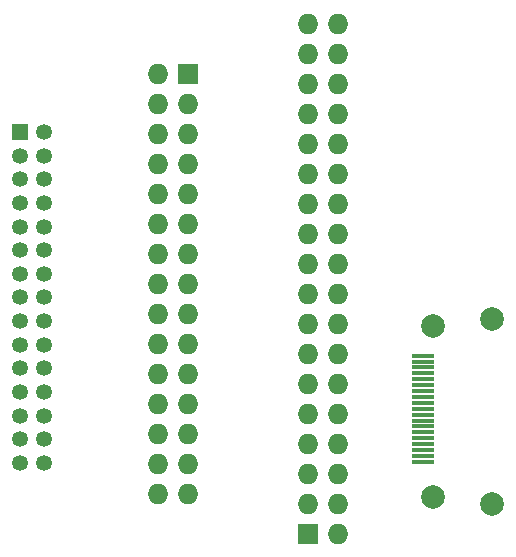
<source format=gts>
G04 #@! TF.FileFunction,Soldermask,Top*
%FSLAX46Y46*%
G04 Gerber Fmt 4.6, Leading zero omitted, Abs format (unit mm)*
G04 Created by KiCad (PCBNEW 4.0.2-stable) date 24/10/2016 06:45:45 p.m.*
%MOMM*%
G01*
G04 APERTURE LIST*
%ADD10C,0.100000*%
%ADD11R,1.727200X1.727200*%
%ADD12O,1.727200X1.727200*%
%ADD13C,2.000000*%
%ADD14R,1.900000X0.300000*%
%ADD15R,1.350000X1.350000*%
%ADD16C,1.350000*%
G04 APERTURE END LIST*
D10*
D11*
X87493000Y-110890000D03*
D12*
X90033000Y-110890000D03*
X87493000Y-108350000D03*
X90033000Y-108350000D03*
X87493000Y-105810000D03*
X90033000Y-105810000D03*
X87493000Y-103270000D03*
X90033000Y-103270000D03*
X87493000Y-100730000D03*
X90033000Y-100730000D03*
X87493000Y-98190000D03*
X90033000Y-98190000D03*
X87493000Y-95650000D03*
X90033000Y-95650000D03*
X87493000Y-93110000D03*
X90033000Y-93110000D03*
X87493000Y-90570000D03*
X90033000Y-90570000D03*
X87493000Y-88030000D03*
X90033000Y-88030000D03*
X87493000Y-85490000D03*
X90033000Y-85490000D03*
X87493000Y-82950000D03*
X90033000Y-82950000D03*
X87493000Y-80410000D03*
X90033000Y-80410000D03*
X87493000Y-77870000D03*
X90033000Y-77870000D03*
X87493000Y-75330000D03*
X90033000Y-75330000D03*
X87493000Y-72790000D03*
X90033000Y-72790000D03*
X87493000Y-70250000D03*
X90033000Y-70250000D03*
X87493000Y-67710000D03*
X90033000Y-67710000D03*
D13*
X103060200Y-108427600D03*
X103060200Y-92727600D03*
X98110200Y-107827600D03*
X98110200Y-93327600D03*
D14*
X97210200Y-95827600D03*
X97210200Y-96327600D03*
X97210200Y-96827600D03*
X97210200Y-97327600D03*
X97210200Y-97827600D03*
X97210200Y-98327600D03*
X97210200Y-98827600D03*
X97210200Y-99327600D03*
X97210200Y-99827600D03*
X97210200Y-100327600D03*
X97210200Y-100827600D03*
X97210200Y-101327600D03*
X97210200Y-101827600D03*
X97210200Y-102327600D03*
X97210200Y-102827600D03*
X97210200Y-103327600D03*
X97210200Y-103827600D03*
X97210200Y-104327600D03*
X97210200Y-104827600D03*
D15*
X63134400Y-76904800D03*
D16*
X63134400Y-78904800D03*
X63134400Y-80904800D03*
X63134400Y-82904800D03*
X63134400Y-84904800D03*
X63134400Y-86904800D03*
X63134400Y-88904800D03*
X63134400Y-90904800D03*
X63134400Y-92904800D03*
X63134400Y-94904800D03*
X63134400Y-96904800D03*
X63134400Y-98904800D03*
X63134400Y-100904800D03*
X63134400Y-102904800D03*
X63134400Y-104904800D03*
X65134400Y-76904800D03*
X65134400Y-78904800D03*
X65134400Y-80904800D03*
X65134400Y-82904800D03*
X65134400Y-84904800D03*
X65134400Y-86904800D03*
X65134400Y-88904800D03*
X65134400Y-90904800D03*
X65134400Y-92904800D03*
X65134400Y-94904800D03*
X65134400Y-96904800D03*
X65134400Y-98904800D03*
X65134400Y-100904800D03*
X65134400Y-102904800D03*
X65134400Y-104904800D03*
D11*
X77333000Y-72002600D03*
D12*
X74793000Y-72002600D03*
X77333000Y-74542600D03*
X74793000Y-74542600D03*
X77333000Y-77082600D03*
X74793000Y-77082600D03*
X77333000Y-79622600D03*
X74793000Y-79622600D03*
X77333000Y-82162600D03*
X74793000Y-82162600D03*
X77333000Y-84702600D03*
X74793000Y-84702600D03*
X77333000Y-87242600D03*
X74793000Y-87242600D03*
X77333000Y-89782600D03*
X74793000Y-89782600D03*
X77333000Y-92322600D03*
X74793000Y-92322600D03*
X77333000Y-94862600D03*
X74793000Y-94862600D03*
X77333000Y-97402600D03*
X74793000Y-97402600D03*
X77333000Y-99942600D03*
X74793000Y-99942600D03*
X77333000Y-102482600D03*
X74793000Y-102482600D03*
X77333000Y-105022600D03*
X74793000Y-105022600D03*
X77333000Y-107562600D03*
X74793000Y-107562600D03*
M02*

</source>
